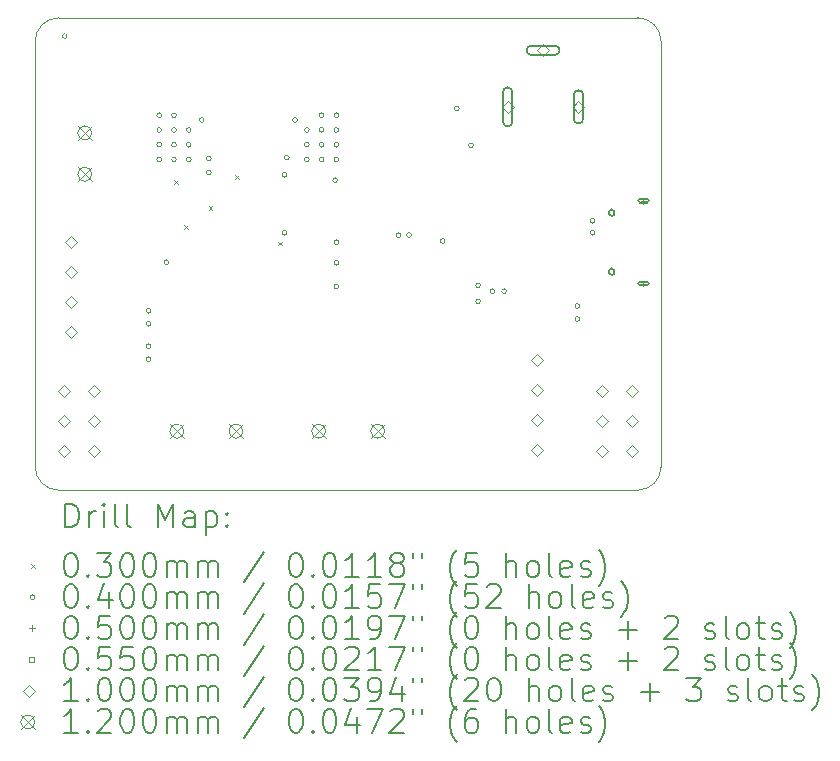
<source format=gbr>
%FSLAX45Y45*%
G04 Gerber Fmt 4.5, Leading zero omitted, Abs format (unit mm)*
G04 Created by KiCad (PCBNEW (6.0.2)) date 2022-03-18 23:14:53*
%MOMM*%
%LPD*%
G01*
G04 APERTURE LIST*
%TA.AperFunction,Profile*%
%ADD10C,0.050000*%
%TD*%
%ADD11C,0.200000*%
%ADD12C,0.030000*%
%ADD13C,0.040000*%
%ADD14C,0.050000*%
%ADD15C,0.055000*%
%ADD16C,0.100000*%
%ADD17C,0.120000*%
G04 APERTURE END LIST*
D10*
X11700000Y-11300000D02*
G75*
G03*
X11900000Y-11500000I200000J0D01*
G01*
X11900000Y-11500000D02*
X16800000Y-11500000D01*
X16800000Y-11500000D02*
G75*
G03*
X17000000Y-11300000I0J200000D01*
G01*
X16800000Y-7500000D02*
X11900000Y-7500000D01*
X17000000Y-7700000D02*
G75*
G03*
X16800000Y-7500000I-200000J0D01*
G01*
X17000000Y-11300000D02*
X17000000Y-7700000D01*
X11700000Y-11300000D02*
X11700000Y-7700000D01*
X11900000Y-7500000D02*
G75*
G03*
X11700000Y-7700000I0J-200000D01*
G01*
D11*
D12*
X12875000Y-8875000D02*
X12905000Y-8905000D01*
X12905000Y-8875000D02*
X12875000Y-8905000D01*
X12960000Y-9255000D02*
X12990000Y-9285000D01*
X12990000Y-9255000D02*
X12960000Y-9285000D01*
X13170000Y-9095000D02*
X13200000Y-9125000D01*
X13200000Y-9095000D02*
X13170000Y-9125000D01*
X13395000Y-8835000D02*
X13425000Y-8865000D01*
X13425000Y-8835000D02*
X13395000Y-8865000D01*
X13759000Y-9395000D02*
X13789000Y-9425000D01*
X13789000Y-9395000D02*
X13759000Y-9425000D01*
D13*
X11970000Y-7655000D02*
G75*
G03*
X11970000Y-7655000I-20000J0D01*
G01*
X12680000Y-9980000D02*
G75*
G03*
X12680000Y-9980000I-20000J0D01*
G01*
X12680000Y-10090000D02*
G75*
G03*
X12680000Y-10090000I-20000J0D01*
G01*
X12680000Y-10280000D02*
G75*
G03*
X12680000Y-10280000I-20000J0D01*
G01*
X12680000Y-10390000D02*
G75*
G03*
X12680000Y-10390000I-20000J0D01*
G01*
X12770000Y-8325000D02*
G75*
G03*
X12770000Y-8325000I-20000J0D01*
G01*
X12770000Y-8450000D02*
G75*
G03*
X12770000Y-8450000I-20000J0D01*
G01*
X12770000Y-8575000D02*
G75*
G03*
X12770000Y-8575000I-20000J0D01*
G01*
X12770000Y-8700000D02*
G75*
G03*
X12770000Y-8700000I-20000J0D01*
G01*
X12830000Y-9570000D02*
G75*
G03*
X12830000Y-9570000I-20000J0D01*
G01*
X12895000Y-8325000D02*
G75*
G03*
X12895000Y-8325000I-20000J0D01*
G01*
X12895000Y-8450000D02*
G75*
G03*
X12895000Y-8450000I-20000J0D01*
G01*
X12895000Y-8575000D02*
G75*
G03*
X12895000Y-8575000I-20000J0D01*
G01*
X12895000Y-8700000D02*
G75*
G03*
X12895000Y-8700000I-20000J0D01*
G01*
X13020000Y-8450000D02*
G75*
G03*
X13020000Y-8450000I-20000J0D01*
G01*
X13020000Y-8575000D02*
G75*
G03*
X13020000Y-8575000I-20000J0D01*
G01*
X13020000Y-8700000D02*
G75*
G03*
X13020000Y-8700000I-20000J0D01*
G01*
X13130000Y-8365000D02*
G75*
G03*
X13130000Y-8365000I-20000J0D01*
G01*
X13190000Y-8690000D02*
G75*
G03*
X13190000Y-8690000I-20000J0D01*
G01*
X13190000Y-8810000D02*
G75*
G03*
X13190000Y-8810000I-20000J0D01*
G01*
X13830000Y-8830000D02*
G75*
G03*
X13830000Y-8830000I-20000J0D01*
G01*
X13830000Y-9320000D02*
G75*
G03*
X13830000Y-9320000I-20000J0D01*
G01*
X13850000Y-8685000D02*
G75*
G03*
X13850000Y-8685000I-20000J0D01*
G01*
X13920000Y-8365000D02*
G75*
G03*
X13920000Y-8365000I-20000J0D01*
G01*
X14020000Y-8450000D02*
G75*
G03*
X14020000Y-8450000I-20000J0D01*
G01*
X14020000Y-8575000D02*
G75*
G03*
X14020000Y-8575000I-20000J0D01*
G01*
X14020000Y-8700000D02*
G75*
G03*
X14020000Y-8700000I-20000J0D01*
G01*
X14145000Y-8325000D02*
G75*
G03*
X14145000Y-8325000I-20000J0D01*
G01*
X14145000Y-8450000D02*
G75*
G03*
X14145000Y-8450000I-20000J0D01*
G01*
X14145000Y-8575000D02*
G75*
G03*
X14145000Y-8575000I-20000J0D01*
G01*
X14145000Y-8700000D02*
G75*
G03*
X14145000Y-8700000I-20000J0D01*
G01*
X14260000Y-8875000D02*
G75*
G03*
X14260000Y-8875000I-20000J0D01*
G01*
X14270000Y-8325000D02*
G75*
G03*
X14270000Y-8325000I-20000J0D01*
G01*
X14270000Y-8450000D02*
G75*
G03*
X14270000Y-8450000I-20000J0D01*
G01*
X14270000Y-8575000D02*
G75*
G03*
X14270000Y-8575000I-20000J0D01*
G01*
X14270000Y-8700000D02*
G75*
G03*
X14270000Y-8700000I-20000J0D01*
G01*
X14270000Y-9400000D02*
G75*
G03*
X14270000Y-9400000I-20000J0D01*
G01*
X14270000Y-9575000D02*
G75*
G03*
X14270000Y-9575000I-20000J0D01*
G01*
X14270000Y-9775000D02*
G75*
G03*
X14270000Y-9775000I-20000J0D01*
G01*
X14795000Y-9340000D02*
G75*
G03*
X14795000Y-9340000I-20000J0D01*
G01*
X14885000Y-9340000D02*
G75*
G03*
X14885000Y-9340000I-20000J0D01*
G01*
X15170000Y-9390000D02*
G75*
G03*
X15170000Y-9390000I-20000J0D01*
G01*
X15290000Y-8270000D02*
G75*
G03*
X15290000Y-8270000I-20000J0D01*
G01*
X15410000Y-8580000D02*
G75*
G03*
X15410000Y-8580000I-20000J0D01*
G01*
X15470000Y-9765000D02*
G75*
G03*
X15470000Y-9765000I-20000J0D01*
G01*
X15470000Y-9900000D02*
G75*
G03*
X15470000Y-9900000I-20000J0D01*
G01*
X15590000Y-9815000D02*
G75*
G03*
X15590000Y-9815000I-20000J0D01*
G01*
X15690000Y-9815000D02*
G75*
G03*
X15690000Y-9815000I-20000J0D01*
G01*
X16310000Y-9940000D02*
G75*
G03*
X16310000Y-9940000I-20000J0D01*
G01*
X16310000Y-10050000D02*
G75*
G03*
X16310000Y-10050000I-20000J0D01*
G01*
X16440000Y-9220000D02*
G75*
G03*
X16440000Y-9220000I-20000J0D01*
G01*
X16440000Y-9320000D02*
G75*
G03*
X16440000Y-9320000I-20000J0D01*
G01*
D14*
X16850000Y-9025000D02*
X16850000Y-9075000D01*
X16825000Y-9050000D02*
X16875000Y-9050000D01*
D11*
X16817500Y-9065000D02*
X16882500Y-9065000D01*
X16817500Y-9035000D02*
X16882500Y-9035000D01*
X16882500Y-9065000D02*
G75*
G03*
X16882500Y-9035000I0J15000D01*
G01*
X16817500Y-9035000D02*
G75*
G03*
X16817500Y-9065000I0J-15000D01*
G01*
D14*
X16850000Y-9725000D02*
X16850000Y-9775000D01*
X16825000Y-9750000D02*
X16875000Y-9750000D01*
D11*
X16817500Y-9765000D02*
X16882500Y-9765000D01*
X16817500Y-9735000D02*
X16882500Y-9735000D01*
X16882500Y-9765000D02*
G75*
G03*
X16882500Y-9735000I0J15000D01*
G01*
X16817500Y-9735000D02*
G75*
G03*
X16817500Y-9765000I0J-15000D01*
G01*
D15*
X16599446Y-9169446D02*
X16599446Y-9130554D01*
X16560554Y-9130554D01*
X16560554Y-9169446D01*
X16599446Y-9169446D01*
D11*
X16597500Y-9165000D02*
X16597500Y-9135000D01*
X16562500Y-9165000D02*
X16562500Y-9135000D01*
X16597500Y-9135000D02*
G75*
G03*
X16562500Y-9135000I-17500J0D01*
G01*
X16562500Y-9165000D02*
G75*
G03*
X16597500Y-9165000I17500J0D01*
G01*
D15*
X16599446Y-9669446D02*
X16599446Y-9630554D01*
X16560554Y-9630554D01*
X16560554Y-9669446D01*
X16599446Y-9669446D01*
D11*
X16597500Y-9665000D02*
X16597500Y-9635000D01*
X16562500Y-9665000D02*
X16562500Y-9635000D01*
X16597500Y-9635000D02*
G75*
G03*
X16562500Y-9635000I-17500J0D01*
G01*
X16562500Y-9665000D02*
G75*
G03*
X16597500Y-9665000I17500J0D01*
G01*
D16*
X11942000Y-10708000D02*
X11992000Y-10658000D01*
X11942000Y-10608000D01*
X11892000Y-10658000D01*
X11942000Y-10708000D01*
X11942000Y-10962000D02*
X11992000Y-10912000D01*
X11942000Y-10862000D01*
X11892000Y-10912000D01*
X11942000Y-10962000D01*
X11942000Y-11216000D02*
X11992000Y-11166000D01*
X11942000Y-11116000D01*
X11892000Y-11166000D01*
X11942000Y-11216000D01*
X12000000Y-9450000D02*
X12050000Y-9400000D01*
X12000000Y-9350000D01*
X11950000Y-9400000D01*
X12000000Y-9450000D01*
X12000000Y-9704000D02*
X12050000Y-9654000D01*
X12000000Y-9604000D01*
X11950000Y-9654000D01*
X12000000Y-9704000D01*
X12000000Y-9958000D02*
X12050000Y-9908000D01*
X12000000Y-9858000D01*
X11950000Y-9908000D01*
X12000000Y-9958000D01*
X12000000Y-10212000D02*
X12050000Y-10162000D01*
X12000000Y-10112000D01*
X11950000Y-10162000D01*
X12000000Y-10212000D01*
X12196000Y-10708000D02*
X12246000Y-10658000D01*
X12196000Y-10608000D01*
X12146000Y-10658000D01*
X12196000Y-10708000D01*
X12196000Y-10962000D02*
X12246000Y-10912000D01*
X12196000Y-10862000D01*
X12146000Y-10912000D01*
X12196000Y-10962000D01*
X12196000Y-11216000D02*
X12246000Y-11166000D01*
X12196000Y-11116000D01*
X12146000Y-11166000D01*
X12196000Y-11216000D01*
X15700000Y-8305000D02*
X15750000Y-8255000D01*
X15700000Y-8205000D01*
X15650000Y-8255000D01*
X15700000Y-8305000D01*
D11*
X15740000Y-8380000D02*
X15740000Y-8130000D01*
X15660000Y-8380000D02*
X15660000Y-8130000D01*
X15740000Y-8130000D02*
G75*
G03*
X15660000Y-8130000I-40000J0D01*
G01*
X15660000Y-8380000D02*
G75*
G03*
X15740000Y-8380000I40000J0D01*
G01*
D16*
X15950000Y-10450000D02*
X16000000Y-10400000D01*
X15950000Y-10350000D01*
X15900000Y-10400000D01*
X15950000Y-10450000D01*
X15950000Y-10704000D02*
X16000000Y-10654000D01*
X15950000Y-10604000D01*
X15900000Y-10654000D01*
X15950000Y-10704000D01*
X15950000Y-10958000D02*
X16000000Y-10908000D01*
X15950000Y-10858000D01*
X15900000Y-10908000D01*
X15950000Y-10958000D01*
X15950000Y-11212000D02*
X16000000Y-11162000D01*
X15950000Y-11112000D01*
X15900000Y-11162000D01*
X15950000Y-11212000D01*
X16000000Y-7825000D02*
X16050000Y-7775000D01*
X16000000Y-7725000D01*
X15950000Y-7775000D01*
X16000000Y-7825000D01*
D11*
X16100000Y-7735000D02*
X15900000Y-7735000D01*
X16100000Y-7815000D02*
X15900000Y-7815000D01*
X15900000Y-7735000D02*
G75*
G03*
X15900000Y-7815000I0J-40000D01*
G01*
X16100000Y-7815000D02*
G75*
G03*
X16100000Y-7735000I0J40000D01*
G01*
D16*
X16300000Y-8305000D02*
X16350000Y-8255000D01*
X16300000Y-8205000D01*
X16250000Y-8255000D01*
X16300000Y-8305000D01*
D11*
X16340000Y-8355000D02*
X16340000Y-8155000D01*
X16260000Y-8355000D02*
X16260000Y-8155000D01*
X16340000Y-8155000D02*
G75*
G03*
X16260000Y-8155000I-40000J0D01*
G01*
X16260000Y-8355000D02*
G75*
G03*
X16340000Y-8355000I40000J0D01*
G01*
D16*
X16496000Y-10708000D02*
X16546000Y-10658000D01*
X16496000Y-10608000D01*
X16446000Y-10658000D01*
X16496000Y-10708000D01*
X16496000Y-10962000D02*
X16546000Y-10912000D01*
X16496000Y-10862000D01*
X16446000Y-10912000D01*
X16496000Y-10962000D01*
X16496000Y-11216000D02*
X16546000Y-11166000D01*
X16496000Y-11116000D01*
X16446000Y-11166000D01*
X16496000Y-11216000D01*
X16750000Y-10708000D02*
X16800000Y-10658000D01*
X16750000Y-10608000D01*
X16700000Y-10658000D01*
X16750000Y-10708000D01*
X16750000Y-10962000D02*
X16800000Y-10912000D01*
X16750000Y-10862000D01*
X16700000Y-10912000D01*
X16750000Y-10962000D01*
X16750000Y-11216000D02*
X16800000Y-11166000D01*
X16750000Y-11116000D01*
X16700000Y-11166000D01*
X16750000Y-11216000D01*
D17*
X12060000Y-8415000D02*
X12180000Y-8535000D01*
X12180000Y-8415000D02*
X12060000Y-8535000D01*
X12180000Y-8475000D02*
G75*
G03*
X12180000Y-8475000I-60000J0D01*
G01*
X12060000Y-8765000D02*
X12180000Y-8885000D01*
X12180000Y-8765000D02*
X12060000Y-8885000D01*
X12180000Y-8825000D02*
G75*
G03*
X12180000Y-8825000I-60000J0D01*
G01*
X12840000Y-10940000D02*
X12960000Y-11060000D01*
X12960000Y-10940000D02*
X12840000Y-11060000D01*
X12960000Y-11000000D02*
G75*
G03*
X12960000Y-11000000I-60000J0D01*
G01*
X13340000Y-10940000D02*
X13460000Y-11060000D01*
X13460000Y-10940000D02*
X13340000Y-11060000D01*
X13460000Y-11000000D02*
G75*
G03*
X13460000Y-11000000I-60000J0D01*
G01*
X14040000Y-10940000D02*
X14160000Y-11060000D01*
X14160000Y-10940000D02*
X14040000Y-11060000D01*
X14160000Y-11000000D02*
G75*
G03*
X14160000Y-11000000I-60000J0D01*
G01*
X14540000Y-10940000D02*
X14660000Y-11060000D01*
X14660000Y-10940000D02*
X14540000Y-11060000D01*
X14660000Y-11000000D02*
G75*
G03*
X14660000Y-11000000I-60000J0D01*
G01*
D11*
X11955119Y-11812976D02*
X11955119Y-11612976D01*
X12002738Y-11612976D01*
X12031309Y-11622500D01*
X12050357Y-11641548D01*
X12059881Y-11660595D01*
X12069405Y-11698690D01*
X12069405Y-11727262D01*
X12059881Y-11765357D01*
X12050357Y-11784405D01*
X12031309Y-11803452D01*
X12002738Y-11812976D01*
X11955119Y-11812976D01*
X12155119Y-11812976D02*
X12155119Y-11679643D01*
X12155119Y-11717738D02*
X12164643Y-11698690D01*
X12174167Y-11689167D01*
X12193214Y-11679643D01*
X12212262Y-11679643D01*
X12278928Y-11812976D02*
X12278928Y-11679643D01*
X12278928Y-11612976D02*
X12269405Y-11622500D01*
X12278928Y-11632024D01*
X12288452Y-11622500D01*
X12278928Y-11612976D01*
X12278928Y-11632024D01*
X12402738Y-11812976D02*
X12383690Y-11803452D01*
X12374167Y-11784405D01*
X12374167Y-11612976D01*
X12507500Y-11812976D02*
X12488452Y-11803452D01*
X12478928Y-11784405D01*
X12478928Y-11612976D01*
X12736071Y-11812976D02*
X12736071Y-11612976D01*
X12802738Y-11755833D01*
X12869405Y-11612976D01*
X12869405Y-11812976D01*
X13050357Y-11812976D02*
X13050357Y-11708214D01*
X13040833Y-11689167D01*
X13021786Y-11679643D01*
X12983690Y-11679643D01*
X12964643Y-11689167D01*
X13050357Y-11803452D02*
X13031309Y-11812976D01*
X12983690Y-11812976D01*
X12964643Y-11803452D01*
X12955119Y-11784405D01*
X12955119Y-11765357D01*
X12964643Y-11746309D01*
X12983690Y-11736786D01*
X13031309Y-11736786D01*
X13050357Y-11727262D01*
X13145595Y-11679643D02*
X13145595Y-11879643D01*
X13145595Y-11689167D02*
X13164643Y-11679643D01*
X13202738Y-11679643D01*
X13221786Y-11689167D01*
X13231309Y-11698690D01*
X13240833Y-11717738D01*
X13240833Y-11774881D01*
X13231309Y-11793928D01*
X13221786Y-11803452D01*
X13202738Y-11812976D01*
X13164643Y-11812976D01*
X13145595Y-11803452D01*
X13326548Y-11793928D02*
X13336071Y-11803452D01*
X13326548Y-11812976D01*
X13317024Y-11803452D01*
X13326548Y-11793928D01*
X13326548Y-11812976D01*
X13326548Y-11689167D02*
X13336071Y-11698690D01*
X13326548Y-11708214D01*
X13317024Y-11698690D01*
X13326548Y-11689167D01*
X13326548Y-11708214D01*
D12*
X11667500Y-12127500D02*
X11697500Y-12157500D01*
X11697500Y-12127500D02*
X11667500Y-12157500D01*
D11*
X11993214Y-12032976D02*
X12012262Y-12032976D01*
X12031309Y-12042500D01*
X12040833Y-12052024D01*
X12050357Y-12071071D01*
X12059881Y-12109167D01*
X12059881Y-12156786D01*
X12050357Y-12194881D01*
X12040833Y-12213928D01*
X12031309Y-12223452D01*
X12012262Y-12232976D01*
X11993214Y-12232976D01*
X11974167Y-12223452D01*
X11964643Y-12213928D01*
X11955119Y-12194881D01*
X11945595Y-12156786D01*
X11945595Y-12109167D01*
X11955119Y-12071071D01*
X11964643Y-12052024D01*
X11974167Y-12042500D01*
X11993214Y-12032976D01*
X12145595Y-12213928D02*
X12155119Y-12223452D01*
X12145595Y-12232976D01*
X12136071Y-12223452D01*
X12145595Y-12213928D01*
X12145595Y-12232976D01*
X12221786Y-12032976D02*
X12345595Y-12032976D01*
X12278928Y-12109167D01*
X12307500Y-12109167D01*
X12326548Y-12118690D01*
X12336071Y-12128214D01*
X12345595Y-12147262D01*
X12345595Y-12194881D01*
X12336071Y-12213928D01*
X12326548Y-12223452D01*
X12307500Y-12232976D01*
X12250357Y-12232976D01*
X12231309Y-12223452D01*
X12221786Y-12213928D01*
X12469405Y-12032976D02*
X12488452Y-12032976D01*
X12507500Y-12042500D01*
X12517024Y-12052024D01*
X12526548Y-12071071D01*
X12536071Y-12109167D01*
X12536071Y-12156786D01*
X12526548Y-12194881D01*
X12517024Y-12213928D01*
X12507500Y-12223452D01*
X12488452Y-12232976D01*
X12469405Y-12232976D01*
X12450357Y-12223452D01*
X12440833Y-12213928D01*
X12431309Y-12194881D01*
X12421786Y-12156786D01*
X12421786Y-12109167D01*
X12431309Y-12071071D01*
X12440833Y-12052024D01*
X12450357Y-12042500D01*
X12469405Y-12032976D01*
X12659881Y-12032976D02*
X12678928Y-12032976D01*
X12697976Y-12042500D01*
X12707500Y-12052024D01*
X12717024Y-12071071D01*
X12726548Y-12109167D01*
X12726548Y-12156786D01*
X12717024Y-12194881D01*
X12707500Y-12213928D01*
X12697976Y-12223452D01*
X12678928Y-12232976D01*
X12659881Y-12232976D01*
X12640833Y-12223452D01*
X12631309Y-12213928D01*
X12621786Y-12194881D01*
X12612262Y-12156786D01*
X12612262Y-12109167D01*
X12621786Y-12071071D01*
X12631309Y-12052024D01*
X12640833Y-12042500D01*
X12659881Y-12032976D01*
X12812262Y-12232976D02*
X12812262Y-12099643D01*
X12812262Y-12118690D02*
X12821786Y-12109167D01*
X12840833Y-12099643D01*
X12869405Y-12099643D01*
X12888452Y-12109167D01*
X12897976Y-12128214D01*
X12897976Y-12232976D01*
X12897976Y-12128214D02*
X12907500Y-12109167D01*
X12926548Y-12099643D01*
X12955119Y-12099643D01*
X12974167Y-12109167D01*
X12983690Y-12128214D01*
X12983690Y-12232976D01*
X13078928Y-12232976D02*
X13078928Y-12099643D01*
X13078928Y-12118690D02*
X13088452Y-12109167D01*
X13107500Y-12099643D01*
X13136071Y-12099643D01*
X13155119Y-12109167D01*
X13164643Y-12128214D01*
X13164643Y-12232976D01*
X13164643Y-12128214D02*
X13174167Y-12109167D01*
X13193214Y-12099643D01*
X13221786Y-12099643D01*
X13240833Y-12109167D01*
X13250357Y-12128214D01*
X13250357Y-12232976D01*
X13640833Y-12023452D02*
X13469405Y-12280595D01*
X13897976Y-12032976D02*
X13917024Y-12032976D01*
X13936071Y-12042500D01*
X13945595Y-12052024D01*
X13955119Y-12071071D01*
X13964643Y-12109167D01*
X13964643Y-12156786D01*
X13955119Y-12194881D01*
X13945595Y-12213928D01*
X13936071Y-12223452D01*
X13917024Y-12232976D01*
X13897976Y-12232976D01*
X13878928Y-12223452D01*
X13869405Y-12213928D01*
X13859881Y-12194881D01*
X13850357Y-12156786D01*
X13850357Y-12109167D01*
X13859881Y-12071071D01*
X13869405Y-12052024D01*
X13878928Y-12042500D01*
X13897976Y-12032976D01*
X14050357Y-12213928D02*
X14059881Y-12223452D01*
X14050357Y-12232976D01*
X14040833Y-12223452D01*
X14050357Y-12213928D01*
X14050357Y-12232976D01*
X14183690Y-12032976D02*
X14202738Y-12032976D01*
X14221786Y-12042500D01*
X14231309Y-12052024D01*
X14240833Y-12071071D01*
X14250357Y-12109167D01*
X14250357Y-12156786D01*
X14240833Y-12194881D01*
X14231309Y-12213928D01*
X14221786Y-12223452D01*
X14202738Y-12232976D01*
X14183690Y-12232976D01*
X14164643Y-12223452D01*
X14155119Y-12213928D01*
X14145595Y-12194881D01*
X14136071Y-12156786D01*
X14136071Y-12109167D01*
X14145595Y-12071071D01*
X14155119Y-12052024D01*
X14164643Y-12042500D01*
X14183690Y-12032976D01*
X14440833Y-12232976D02*
X14326548Y-12232976D01*
X14383690Y-12232976D02*
X14383690Y-12032976D01*
X14364643Y-12061548D01*
X14345595Y-12080595D01*
X14326548Y-12090119D01*
X14631309Y-12232976D02*
X14517024Y-12232976D01*
X14574167Y-12232976D02*
X14574167Y-12032976D01*
X14555119Y-12061548D01*
X14536071Y-12080595D01*
X14517024Y-12090119D01*
X14745595Y-12118690D02*
X14726548Y-12109167D01*
X14717024Y-12099643D01*
X14707500Y-12080595D01*
X14707500Y-12071071D01*
X14717024Y-12052024D01*
X14726548Y-12042500D01*
X14745595Y-12032976D01*
X14783690Y-12032976D01*
X14802738Y-12042500D01*
X14812262Y-12052024D01*
X14821786Y-12071071D01*
X14821786Y-12080595D01*
X14812262Y-12099643D01*
X14802738Y-12109167D01*
X14783690Y-12118690D01*
X14745595Y-12118690D01*
X14726548Y-12128214D01*
X14717024Y-12137738D01*
X14707500Y-12156786D01*
X14707500Y-12194881D01*
X14717024Y-12213928D01*
X14726548Y-12223452D01*
X14745595Y-12232976D01*
X14783690Y-12232976D01*
X14802738Y-12223452D01*
X14812262Y-12213928D01*
X14821786Y-12194881D01*
X14821786Y-12156786D01*
X14812262Y-12137738D01*
X14802738Y-12128214D01*
X14783690Y-12118690D01*
X14897976Y-12032976D02*
X14897976Y-12071071D01*
X14974167Y-12032976D02*
X14974167Y-12071071D01*
X15269405Y-12309167D02*
X15259881Y-12299643D01*
X15240833Y-12271071D01*
X15231309Y-12252024D01*
X15221786Y-12223452D01*
X15212262Y-12175833D01*
X15212262Y-12137738D01*
X15221786Y-12090119D01*
X15231309Y-12061548D01*
X15240833Y-12042500D01*
X15259881Y-12013928D01*
X15269405Y-12004405D01*
X15440833Y-12032976D02*
X15345595Y-12032976D01*
X15336071Y-12128214D01*
X15345595Y-12118690D01*
X15364643Y-12109167D01*
X15412262Y-12109167D01*
X15431309Y-12118690D01*
X15440833Y-12128214D01*
X15450357Y-12147262D01*
X15450357Y-12194881D01*
X15440833Y-12213928D01*
X15431309Y-12223452D01*
X15412262Y-12232976D01*
X15364643Y-12232976D01*
X15345595Y-12223452D01*
X15336071Y-12213928D01*
X15688452Y-12232976D02*
X15688452Y-12032976D01*
X15774167Y-12232976D02*
X15774167Y-12128214D01*
X15764643Y-12109167D01*
X15745595Y-12099643D01*
X15717024Y-12099643D01*
X15697976Y-12109167D01*
X15688452Y-12118690D01*
X15897976Y-12232976D02*
X15878928Y-12223452D01*
X15869405Y-12213928D01*
X15859881Y-12194881D01*
X15859881Y-12137738D01*
X15869405Y-12118690D01*
X15878928Y-12109167D01*
X15897976Y-12099643D01*
X15926548Y-12099643D01*
X15945595Y-12109167D01*
X15955119Y-12118690D01*
X15964643Y-12137738D01*
X15964643Y-12194881D01*
X15955119Y-12213928D01*
X15945595Y-12223452D01*
X15926548Y-12232976D01*
X15897976Y-12232976D01*
X16078928Y-12232976D02*
X16059881Y-12223452D01*
X16050357Y-12204405D01*
X16050357Y-12032976D01*
X16231309Y-12223452D02*
X16212262Y-12232976D01*
X16174167Y-12232976D01*
X16155119Y-12223452D01*
X16145595Y-12204405D01*
X16145595Y-12128214D01*
X16155119Y-12109167D01*
X16174167Y-12099643D01*
X16212262Y-12099643D01*
X16231309Y-12109167D01*
X16240833Y-12128214D01*
X16240833Y-12147262D01*
X16145595Y-12166309D01*
X16317024Y-12223452D02*
X16336071Y-12232976D01*
X16374167Y-12232976D01*
X16393214Y-12223452D01*
X16402738Y-12204405D01*
X16402738Y-12194881D01*
X16393214Y-12175833D01*
X16374167Y-12166309D01*
X16345595Y-12166309D01*
X16326548Y-12156786D01*
X16317024Y-12137738D01*
X16317024Y-12128214D01*
X16326548Y-12109167D01*
X16345595Y-12099643D01*
X16374167Y-12099643D01*
X16393214Y-12109167D01*
X16469405Y-12309167D02*
X16478928Y-12299643D01*
X16497976Y-12271071D01*
X16507500Y-12252024D01*
X16517024Y-12223452D01*
X16526548Y-12175833D01*
X16526548Y-12137738D01*
X16517024Y-12090119D01*
X16507500Y-12061548D01*
X16497976Y-12042500D01*
X16478928Y-12013928D01*
X16469405Y-12004405D01*
D13*
X11697500Y-12406500D02*
G75*
G03*
X11697500Y-12406500I-20000J0D01*
G01*
D11*
X11993214Y-12296976D02*
X12012262Y-12296976D01*
X12031309Y-12306500D01*
X12040833Y-12316024D01*
X12050357Y-12335071D01*
X12059881Y-12373167D01*
X12059881Y-12420786D01*
X12050357Y-12458881D01*
X12040833Y-12477928D01*
X12031309Y-12487452D01*
X12012262Y-12496976D01*
X11993214Y-12496976D01*
X11974167Y-12487452D01*
X11964643Y-12477928D01*
X11955119Y-12458881D01*
X11945595Y-12420786D01*
X11945595Y-12373167D01*
X11955119Y-12335071D01*
X11964643Y-12316024D01*
X11974167Y-12306500D01*
X11993214Y-12296976D01*
X12145595Y-12477928D02*
X12155119Y-12487452D01*
X12145595Y-12496976D01*
X12136071Y-12487452D01*
X12145595Y-12477928D01*
X12145595Y-12496976D01*
X12326548Y-12363643D02*
X12326548Y-12496976D01*
X12278928Y-12287452D02*
X12231309Y-12430309D01*
X12355119Y-12430309D01*
X12469405Y-12296976D02*
X12488452Y-12296976D01*
X12507500Y-12306500D01*
X12517024Y-12316024D01*
X12526548Y-12335071D01*
X12536071Y-12373167D01*
X12536071Y-12420786D01*
X12526548Y-12458881D01*
X12517024Y-12477928D01*
X12507500Y-12487452D01*
X12488452Y-12496976D01*
X12469405Y-12496976D01*
X12450357Y-12487452D01*
X12440833Y-12477928D01*
X12431309Y-12458881D01*
X12421786Y-12420786D01*
X12421786Y-12373167D01*
X12431309Y-12335071D01*
X12440833Y-12316024D01*
X12450357Y-12306500D01*
X12469405Y-12296976D01*
X12659881Y-12296976D02*
X12678928Y-12296976D01*
X12697976Y-12306500D01*
X12707500Y-12316024D01*
X12717024Y-12335071D01*
X12726548Y-12373167D01*
X12726548Y-12420786D01*
X12717024Y-12458881D01*
X12707500Y-12477928D01*
X12697976Y-12487452D01*
X12678928Y-12496976D01*
X12659881Y-12496976D01*
X12640833Y-12487452D01*
X12631309Y-12477928D01*
X12621786Y-12458881D01*
X12612262Y-12420786D01*
X12612262Y-12373167D01*
X12621786Y-12335071D01*
X12631309Y-12316024D01*
X12640833Y-12306500D01*
X12659881Y-12296976D01*
X12812262Y-12496976D02*
X12812262Y-12363643D01*
X12812262Y-12382690D02*
X12821786Y-12373167D01*
X12840833Y-12363643D01*
X12869405Y-12363643D01*
X12888452Y-12373167D01*
X12897976Y-12392214D01*
X12897976Y-12496976D01*
X12897976Y-12392214D02*
X12907500Y-12373167D01*
X12926548Y-12363643D01*
X12955119Y-12363643D01*
X12974167Y-12373167D01*
X12983690Y-12392214D01*
X12983690Y-12496976D01*
X13078928Y-12496976D02*
X13078928Y-12363643D01*
X13078928Y-12382690D02*
X13088452Y-12373167D01*
X13107500Y-12363643D01*
X13136071Y-12363643D01*
X13155119Y-12373167D01*
X13164643Y-12392214D01*
X13164643Y-12496976D01*
X13164643Y-12392214D02*
X13174167Y-12373167D01*
X13193214Y-12363643D01*
X13221786Y-12363643D01*
X13240833Y-12373167D01*
X13250357Y-12392214D01*
X13250357Y-12496976D01*
X13640833Y-12287452D02*
X13469405Y-12544595D01*
X13897976Y-12296976D02*
X13917024Y-12296976D01*
X13936071Y-12306500D01*
X13945595Y-12316024D01*
X13955119Y-12335071D01*
X13964643Y-12373167D01*
X13964643Y-12420786D01*
X13955119Y-12458881D01*
X13945595Y-12477928D01*
X13936071Y-12487452D01*
X13917024Y-12496976D01*
X13897976Y-12496976D01*
X13878928Y-12487452D01*
X13869405Y-12477928D01*
X13859881Y-12458881D01*
X13850357Y-12420786D01*
X13850357Y-12373167D01*
X13859881Y-12335071D01*
X13869405Y-12316024D01*
X13878928Y-12306500D01*
X13897976Y-12296976D01*
X14050357Y-12477928D02*
X14059881Y-12487452D01*
X14050357Y-12496976D01*
X14040833Y-12487452D01*
X14050357Y-12477928D01*
X14050357Y-12496976D01*
X14183690Y-12296976D02*
X14202738Y-12296976D01*
X14221786Y-12306500D01*
X14231309Y-12316024D01*
X14240833Y-12335071D01*
X14250357Y-12373167D01*
X14250357Y-12420786D01*
X14240833Y-12458881D01*
X14231309Y-12477928D01*
X14221786Y-12487452D01*
X14202738Y-12496976D01*
X14183690Y-12496976D01*
X14164643Y-12487452D01*
X14155119Y-12477928D01*
X14145595Y-12458881D01*
X14136071Y-12420786D01*
X14136071Y-12373167D01*
X14145595Y-12335071D01*
X14155119Y-12316024D01*
X14164643Y-12306500D01*
X14183690Y-12296976D01*
X14440833Y-12496976D02*
X14326548Y-12496976D01*
X14383690Y-12496976D02*
X14383690Y-12296976D01*
X14364643Y-12325548D01*
X14345595Y-12344595D01*
X14326548Y-12354119D01*
X14621786Y-12296976D02*
X14526548Y-12296976D01*
X14517024Y-12392214D01*
X14526548Y-12382690D01*
X14545595Y-12373167D01*
X14593214Y-12373167D01*
X14612262Y-12382690D01*
X14621786Y-12392214D01*
X14631309Y-12411262D01*
X14631309Y-12458881D01*
X14621786Y-12477928D01*
X14612262Y-12487452D01*
X14593214Y-12496976D01*
X14545595Y-12496976D01*
X14526548Y-12487452D01*
X14517024Y-12477928D01*
X14697976Y-12296976D02*
X14831309Y-12296976D01*
X14745595Y-12496976D01*
X14897976Y-12296976D02*
X14897976Y-12335071D01*
X14974167Y-12296976D02*
X14974167Y-12335071D01*
X15269405Y-12573167D02*
X15259881Y-12563643D01*
X15240833Y-12535071D01*
X15231309Y-12516024D01*
X15221786Y-12487452D01*
X15212262Y-12439833D01*
X15212262Y-12401738D01*
X15221786Y-12354119D01*
X15231309Y-12325548D01*
X15240833Y-12306500D01*
X15259881Y-12277928D01*
X15269405Y-12268405D01*
X15440833Y-12296976D02*
X15345595Y-12296976D01*
X15336071Y-12392214D01*
X15345595Y-12382690D01*
X15364643Y-12373167D01*
X15412262Y-12373167D01*
X15431309Y-12382690D01*
X15440833Y-12392214D01*
X15450357Y-12411262D01*
X15450357Y-12458881D01*
X15440833Y-12477928D01*
X15431309Y-12487452D01*
X15412262Y-12496976D01*
X15364643Y-12496976D01*
X15345595Y-12487452D01*
X15336071Y-12477928D01*
X15526548Y-12316024D02*
X15536071Y-12306500D01*
X15555119Y-12296976D01*
X15602738Y-12296976D01*
X15621786Y-12306500D01*
X15631309Y-12316024D01*
X15640833Y-12335071D01*
X15640833Y-12354119D01*
X15631309Y-12382690D01*
X15517024Y-12496976D01*
X15640833Y-12496976D01*
X15878928Y-12496976D02*
X15878928Y-12296976D01*
X15964643Y-12496976D02*
X15964643Y-12392214D01*
X15955119Y-12373167D01*
X15936071Y-12363643D01*
X15907500Y-12363643D01*
X15888452Y-12373167D01*
X15878928Y-12382690D01*
X16088452Y-12496976D02*
X16069405Y-12487452D01*
X16059881Y-12477928D01*
X16050357Y-12458881D01*
X16050357Y-12401738D01*
X16059881Y-12382690D01*
X16069405Y-12373167D01*
X16088452Y-12363643D01*
X16117024Y-12363643D01*
X16136071Y-12373167D01*
X16145595Y-12382690D01*
X16155119Y-12401738D01*
X16155119Y-12458881D01*
X16145595Y-12477928D01*
X16136071Y-12487452D01*
X16117024Y-12496976D01*
X16088452Y-12496976D01*
X16269405Y-12496976D02*
X16250357Y-12487452D01*
X16240833Y-12468405D01*
X16240833Y-12296976D01*
X16421786Y-12487452D02*
X16402738Y-12496976D01*
X16364643Y-12496976D01*
X16345595Y-12487452D01*
X16336071Y-12468405D01*
X16336071Y-12392214D01*
X16345595Y-12373167D01*
X16364643Y-12363643D01*
X16402738Y-12363643D01*
X16421786Y-12373167D01*
X16431309Y-12392214D01*
X16431309Y-12411262D01*
X16336071Y-12430309D01*
X16507500Y-12487452D02*
X16526548Y-12496976D01*
X16564643Y-12496976D01*
X16583690Y-12487452D01*
X16593214Y-12468405D01*
X16593214Y-12458881D01*
X16583690Y-12439833D01*
X16564643Y-12430309D01*
X16536071Y-12430309D01*
X16517024Y-12420786D01*
X16507500Y-12401738D01*
X16507500Y-12392214D01*
X16517024Y-12373167D01*
X16536071Y-12363643D01*
X16564643Y-12363643D01*
X16583690Y-12373167D01*
X16659881Y-12573167D02*
X16669405Y-12563643D01*
X16688452Y-12535071D01*
X16697976Y-12516024D01*
X16707500Y-12487452D01*
X16717024Y-12439833D01*
X16717024Y-12401738D01*
X16707500Y-12354119D01*
X16697976Y-12325548D01*
X16688452Y-12306500D01*
X16669405Y-12277928D01*
X16659881Y-12268405D01*
D14*
X11672500Y-12645500D02*
X11672500Y-12695500D01*
X11647500Y-12670500D02*
X11697500Y-12670500D01*
D11*
X11993214Y-12560976D02*
X12012262Y-12560976D01*
X12031309Y-12570500D01*
X12040833Y-12580024D01*
X12050357Y-12599071D01*
X12059881Y-12637167D01*
X12059881Y-12684786D01*
X12050357Y-12722881D01*
X12040833Y-12741928D01*
X12031309Y-12751452D01*
X12012262Y-12760976D01*
X11993214Y-12760976D01*
X11974167Y-12751452D01*
X11964643Y-12741928D01*
X11955119Y-12722881D01*
X11945595Y-12684786D01*
X11945595Y-12637167D01*
X11955119Y-12599071D01*
X11964643Y-12580024D01*
X11974167Y-12570500D01*
X11993214Y-12560976D01*
X12145595Y-12741928D02*
X12155119Y-12751452D01*
X12145595Y-12760976D01*
X12136071Y-12751452D01*
X12145595Y-12741928D01*
X12145595Y-12760976D01*
X12336071Y-12560976D02*
X12240833Y-12560976D01*
X12231309Y-12656214D01*
X12240833Y-12646690D01*
X12259881Y-12637167D01*
X12307500Y-12637167D01*
X12326548Y-12646690D01*
X12336071Y-12656214D01*
X12345595Y-12675262D01*
X12345595Y-12722881D01*
X12336071Y-12741928D01*
X12326548Y-12751452D01*
X12307500Y-12760976D01*
X12259881Y-12760976D01*
X12240833Y-12751452D01*
X12231309Y-12741928D01*
X12469405Y-12560976D02*
X12488452Y-12560976D01*
X12507500Y-12570500D01*
X12517024Y-12580024D01*
X12526548Y-12599071D01*
X12536071Y-12637167D01*
X12536071Y-12684786D01*
X12526548Y-12722881D01*
X12517024Y-12741928D01*
X12507500Y-12751452D01*
X12488452Y-12760976D01*
X12469405Y-12760976D01*
X12450357Y-12751452D01*
X12440833Y-12741928D01*
X12431309Y-12722881D01*
X12421786Y-12684786D01*
X12421786Y-12637167D01*
X12431309Y-12599071D01*
X12440833Y-12580024D01*
X12450357Y-12570500D01*
X12469405Y-12560976D01*
X12659881Y-12560976D02*
X12678928Y-12560976D01*
X12697976Y-12570500D01*
X12707500Y-12580024D01*
X12717024Y-12599071D01*
X12726548Y-12637167D01*
X12726548Y-12684786D01*
X12717024Y-12722881D01*
X12707500Y-12741928D01*
X12697976Y-12751452D01*
X12678928Y-12760976D01*
X12659881Y-12760976D01*
X12640833Y-12751452D01*
X12631309Y-12741928D01*
X12621786Y-12722881D01*
X12612262Y-12684786D01*
X12612262Y-12637167D01*
X12621786Y-12599071D01*
X12631309Y-12580024D01*
X12640833Y-12570500D01*
X12659881Y-12560976D01*
X12812262Y-12760976D02*
X12812262Y-12627643D01*
X12812262Y-12646690D02*
X12821786Y-12637167D01*
X12840833Y-12627643D01*
X12869405Y-12627643D01*
X12888452Y-12637167D01*
X12897976Y-12656214D01*
X12897976Y-12760976D01*
X12897976Y-12656214D02*
X12907500Y-12637167D01*
X12926548Y-12627643D01*
X12955119Y-12627643D01*
X12974167Y-12637167D01*
X12983690Y-12656214D01*
X12983690Y-12760976D01*
X13078928Y-12760976D02*
X13078928Y-12627643D01*
X13078928Y-12646690D02*
X13088452Y-12637167D01*
X13107500Y-12627643D01*
X13136071Y-12627643D01*
X13155119Y-12637167D01*
X13164643Y-12656214D01*
X13164643Y-12760976D01*
X13164643Y-12656214D02*
X13174167Y-12637167D01*
X13193214Y-12627643D01*
X13221786Y-12627643D01*
X13240833Y-12637167D01*
X13250357Y-12656214D01*
X13250357Y-12760976D01*
X13640833Y-12551452D02*
X13469405Y-12808595D01*
X13897976Y-12560976D02*
X13917024Y-12560976D01*
X13936071Y-12570500D01*
X13945595Y-12580024D01*
X13955119Y-12599071D01*
X13964643Y-12637167D01*
X13964643Y-12684786D01*
X13955119Y-12722881D01*
X13945595Y-12741928D01*
X13936071Y-12751452D01*
X13917024Y-12760976D01*
X13897976Y-12760976D01*
X13878928Y-12751452D01*
X13869405Y-12741928D01*
X13859881Y-12722881D01*
X13850357Y-12684786D01*
X13850357Y-12637167D01*
X13859881Y-12599071D01*
X13869405Y-12580024D01*
X13878928Y-12570500D01*
X13897976Y-12560976D01*
X14050357Y-12741928D02*
X14059881Y-12751452D01*
X14050357Y-12760976D01*
X14040833Y-12751452D01*
X14050357Y-12741928D01*
X14050357Y-12760976D01*
X14183690Y-12560976D02*
X14202738Y-12560976D01*
X14221786Y-12570500D01*
X14231309Y-12580024D01*
X14240833Y-12599071D01*
X14250357Y-12637167D01*
X14250357Y-12684786D01*
X14240833Y-12722881D01*
X14231309Y-12741928D01*
X14221786Y-12751452D01*
X14202738Y-12760976D01*
X14183690Y-12760976D01*
X14164643Y-12751452D01*
X14155119Y-12741928D01*
X14145595Y-12722881D01*
X14136071Y-12684786D01*
X14136071Y-12637167D01*
X14145595Y-12599071D01*
X14155119Y-12580024D01*
X14164643Y-12570500D01*
X14183690Y-12560976D01*
X14440833Y-12760976D02*
X14326548Y-12760976D01*
X14383690Y-12760976D02*
X14383690Y-12560976D01*
X14364643Y-12589548D01*
X14345595Y-12608595D01*
X14326548Y-12618119D01*
X14536071Y-12760976D02*
X14574167Y-12760976D01*
X14593214Y-12751452D01*
X14602738Y-12741928D01*
X14621786Y-12713357D01*
X14631309Y-12675262D01*
X14631309Y-12599071D01*
X14621786Y-12580024D01*
X14612262Y-12570500D01*
X14593214Y-12560976D01*
X14555119Y-12560976D01*
X14536071Y-12570500D01*
X14526548Y-12580024D01*
X14517024Y-12599071D01*
X14517024Y-12646690D01*
X14526548Y-12665738D01*
X14536071Y-12675262D01*
X14555119Y-12684786D01*
X14593214Y-12684786D01*
X14612262Y-12675262D01*
X14621786Y-12665738D01*
X14631309Y-12646690D01*
X14697976Y-12560976D02*
X14831309Y-12560976D01*
X14745595Y-12760976D01*
X14897976Y-12560976D02*
X14897976Y-12599071D01*
X14974167Y-12560976D02*
X14974167Y-12599071D01*
X15269405Y-12837167D02*
X15259881Y-12827643D01*
X15240833Y-12799071D01*
X15231309Y-12780024D01*
X15221786Y-12751452D01*
X15212262Y-12703833D01*
X15212262Y-12665738D01*
X15221786Y-12618119D01*
X15231309Y-12589548D01*
X15240833Y-12570500D01*
X15259881Y-12541928D01*
X15269405Y-12532405D01*
X15383690Y-12560976D02*
X15402738Y-12560976D01*
X15421786Y-12570500D01*
X15431309Y-12580024D01*
X15440833Y-12599071D01*
X15450357Y-12637167D01*
X15450357Y-12684786D01*
X15440833Y-12722881D01*
X15431309Y-12741928D01*
X15421786Y-12751452D01*
X15402738Y-12760976D01*
X15383690Y-12760976D01*
X15364643Y-12751452D01*
X15355119Y-12741928D01*
X15345595Y-12722881D01*
X15336071Y-12684786D01*
X15336071Y-12637167D01*
X15345595Y-12599071D01*
X15355119Y-12580024D01*
X15364643Y-12570500D01*
X15383690Y-12560976D01*
X15688452Y-12760976D02*
X15688452Y-12560976D01*
X15774167Y-12760976D02*
X15774167Y-12656214D01*
X15764643Y-12637167D01*
X15745595Y-12627643D01*
X15717024Y-12627643D01*
X15697976Y-12637167D01*
X15688452Y-12646690D01*
X15897976Y-12760976D02*
X15878928Y-12751452D01*
X15869405Y-12741928D01*
X15859881Y-12722881D01*
X15859881Y-12665738D01*
X15869405Y-12646690D01*
X15878928Y-12637167D01*
X15897976Y-12627643D01*
X15926548Y-12627643D01*
X15945595Y-12637167D01*
X15955119Y-12646690D01*
X15964643Y-12665738D01*
X15964643Y-12722881D01*
X15955119Y-12741928D01*
X15945595Y-12751452D01*
X15926548Y-12760976D01*
X15897976Y-12760976D01*
X16078928Y-12760976D02*
X16059881Y-12751452D01*
X16050357Y-12732405D01*
X16050357Y-12560976D01*
X16231309Y-12751452D02*
X16212262Y-12760976D01*
X16174167Y-12760976D01*
X16155119Y-12751452D01*
X16145595Y-12732405D01*
X16145595Y-12656214D01*
X16155119Y-12637167D01*
X16174167Y-12627643D01*
X16212262Y-12627643D01*
X16231309Y-12637167D01*
X16240833Y-12656214D01*
X16240833Y-12675262D01*
X16145595Y-12694309D01*
X16317024Y-12751452D02*
X16336071Y-12760976D01*
X16374167Y-12760976D01*
X16393214Y-12751452D01*
X16402738Y-12732405D01*
X16402738Y-12722881D01*
X16393214Y-12703833D01*
X16374167Y-12694309D01*
X16345595Y-12694309D01*
X16326548Y-12684786D01*
X16317024Y-12665738D01*
X16317024Y-12656214D01*
X16326548Y-12637167D01*
X16345595Y-12627643D01*
X16374167Y-12627643D01*
X16393214Y-12637167D01*
X16640833Y-12684786D02*
X16793214Y-12684786D01*
X16717024Y-12760976D02*
X16717024Y-12608595D01*
X17031310Y-12580024D02*
X17040833Y-12570500D01*
X17059881Y-12560976D01*
X17107500Y-12560976D01*
X17126548Y-12570500D01*
X17136071Y-12580024D01*
X17145595Y-12599071D01*
X17145595Y-12618119D01*
X17136071Y-12646690D01*
X17021786Y-12760976D01*
X17145595Y-12760976D01*
X17374167Y-12751452D02*
X17393214Y-12760976D01*
X17431310Y-12760976D01*
X17450357Y-12751452D01*
X17459881Y-12732405D01*
X17459881Y-12722881D01*
X17450357Y-12703833D01*
X17431310Y-12694309D01*
X17402738Y-12694309D01*
X17383690Y-12684786D01*
X17374167Y-12665738D01*
X17374167Y-12656214D01*
X17383690Y-12637167D01*
X17402738Y-12627643D01*
X17431310Y-12627643D01*
X17450357Y-12637167D01*
X17574167Y-12760976D02*
X17555119Y-12751452D01*
X17545595Y-12732405D01*
X17545595Y-12560976D01*
X17678929Y-12760976D02*
X17659881Y-12751452D01*
X17650357Y-12741928D01*
X17640833Y-12722881D01*
X17640833Y-12665738D01*
X17650357Y-12646690D01*
X17659881Y-12637167D01*
X17678929Y-12627643D01*
X17707500Y-12627643D01*
X17726548Y-12637167D01*
X17736071Y-12646690D01*
X17745595Y-12665738D01*
X17745595Y-12722881D01*
X17736071Y-12741928D01*
X17726548Y-12751452D01*
X17707500Y-12760976D01*
X17678929Y-12760976D01*
X17802738Y-12627643D02*
X17878929Y-12627643D01*
X17831310Y-12560976D02*
X17831310Y-12732405D01*
X17840833Y-12751452D01*
X17859881Y-12760976D01*
X17878929Y-12760976D01*
X17936071Y-12751452D02*
X17955119Y-12760976D01*
X17993214Y-12760976D01*
X18012262Y-12751452D01*
X18021786Y-12732405D01*
X18021786Y-12722881D01*
X18012262Y-12703833D01*
X17993214Y-12694309D01*
X17964643Y-12694309D01*
X17945595Y-12684786D01*
X17936071Y-12665738D01*
X17936071Y-12656214D01*
X17945595Y-12637167D01*
X17964643Y-12627643D01*
X17993214Y-12627643D01*
X18012262Y-12637167D01*
X18088452Y-12837167D02*
X18097976Y-12827643D01*
X18117024Y-12799071D01*
X18126548Y-12780024D01*
X18136071Y-12751452D01*
X18145595Y-12703833D01*
X18145595Y-12665738D01*
X18136071Y-12618119D01*
X18126548Y-12589548D01*
X18117024Y-12570500D01*
X18097976Y-12541928D01*
X18088452Y-12532405D01*
D15*
X11689446Y-12953946D02*
X11689446Y-12915054D01*
X11650554Y-12915054D01*
X11650554Y-12953946D01*
X11689446Y-12953946D01*
D11*
X11993214Y-12824976D02*
X12012262Y-12824976D01*
X12031309Y-12834500D01*
X12040833Y-12844024D01*
X12050357Y-12863071D01*
X12059881Y-12901167D01*
X12059881Y-12948786D01*
X12050357Y-12986881D01*
X12040833Y-13005928D01*
X12031309Y-13015452D01*
X12012262Y-13024976D01*
X11993214Y-13024976D01*
X11974167Y-13015452D01*
X11964643Y-13005928D01*
X11955119Y-12986881D01*
X11945595Y-12948786D01*
X11945595Y-12901167D01*
X11955119Y-12863071D01*
X11964643Y-12844024D01*
X11974167Y-12834500D01*
X11993214Y-12824976D01*
X12145595Y-13005928D02*
X12155119Y-13015452D01*
X12145595Y-13024976D01*
X12136071Y-13015452D01*
X12145595Y-13005928D01*
X12145595Y-13024976D01*
X12336071Y-12824976D02*
X12240833Y-12824976D01*
X12231309Y-12920214D01*
X12240833Y-12910690D01*
X12259881Y-12901167D01*
X12307500Y-12901167D01*
X12326548Y-12910690D01*
X12336071Y-12920214D01*
X12345595Y-12939262D01*
X12345595Y-12986881D01*
X12336071Y-13005928D01*
X12326548Y-13015452D01*
X12307500Y-13024976D01*
X12259881Y-13024976D01*
X12240833Y-13015452D01*
X12231309Y-13005928D01*
X12526548Y-12824976D02*
X12431309Y-12824976D01*
X12421786Y-12920214D01*
X12431309Y-12910690D01*
X12450357Y-12901167D01*
X12497976Y-12901167D01*
X12517024Y-12910690D01*
X12526548Y-12920214D01*
X12536071Y-12939262D01*
X12536071Y-12986881D01*
X12526548Y-13005928D01*
X12517024Y-13015452D01*
X12497976Y-13024976D01*
X12450357Y-13024976D01*
X12431309Y-13015452D01*
X12421786Y-13005928D01*
X12659881Y-12824976D02*
X12678928Y-12824976D01*
X12697976Y-12834500D01*
X12707500Y-12844024D01*
X12717024Y-12863071D01*
X12726548Y-12901167D01*
X12726548Y-12948786D01*
X12717024Y-12986881D01*
X12707500Y-13005928D01*
X12697976Y-13015452D01*
X12678928Y-13024976D01*
X12659881Y-13024976D01*
X12640833Y-13015452D01*
X12631309Y-13005928D01*
X12621786Y-12986881D01*
X12612262Y-12948786D01*
X12612262Y-12901167D01*
X12621786Y-12863071D01*
X12631309Y-12844024D01*
X12640833Y-12834500D01*
X12659881Y-12824976D01*
X12812262Y-13024976D02*
X12812262Y-12891643D01*
X12812262Y-12910690D02*
X12821786Y-12901167D01*
X12840833Y-12891643D01*
X12869405Y-12891643D01*
X12888452Y-12901167D01*
X12897976Y-12920214D01*
X12897976Y-13024976D01*
X12897976Y-12920214D02*
X12907500Y-12901167D01*
X12926548Y-12891643D01*
X12955119Y-12891643D01*
X12974167Y-12901167D01*
X12983690Y-12920214D01*
X12983690Y-13024976D01*
X13078928Y-13024976D02*
X13078928Y-12891643D01*
X13078928Y-12910690D02*
X13088452Y-12901167D01*
X13107500Y-12891643D01*
X13136071Y-12891643D01*
X13155119Y-12901167D01*
X13164643Y-12920214D01*
X13164643Y-13024976D01*
X13164643Y-12920214D02*
X13174167Y-12901167D01*
X13193214Y-12891643D01*
X13221786Y-12891643D01*
X13240833Y-12901167D01*
X13250357Y-12920214D01*
X13250357Y-13024976D01*
X13640833Y-12815452D02*
X13469405Y-13072595D01*
X13897976Y-12824976D02*
X13917024Y-12824976D01*
X13936071Y-12834500D01*
X13945595Y-12844024D01*
X13955119Y-12863071D01*
X13964643Y-12901167D01*
X13964643Y-12948786D01*
X13955119Y-12986881D01*
X13945595Y-13005928D01*
X13936071Y-13015452D01*
X13917024Y-13024976D01*
X13897976Y-13024976D01*
X13878928Y-13015452D01*
X13869405Y-13005928D01*
X13859881Y-12986881D01*
X13850357Y-12948786D01*
X13850357Y-12901167D01*
X13859881Y-12863071D01*
X13869405Y-12844024D01*
X13878928Y-12834500D01*
X13897976Y-12824976D01*
X14050357Y-13005928D02*
X14059881Y-13015452D01*
X14050357Y-13024976D01*
X14040833Y-13015452D01*
X14050357Y-13005928D01*
X14050357Y-13024976D01*
X14183690Y-12824976D02*
X14202738Y-12824976D01*
X14221786Y-12834500D01*
X14231309Y-12844024D01*
X14240833Y-12863071D01*
X14250357Y-12901167D01*
X14250357Y-12948786D01*
X14240833Y-12986881D01*
X14231309Y-13005928D01*
X14221786Y-13015452D01*
X14202738Y-13024976D01*
X14183690Y-13024976D01*
X14164643Y-13015452D01*
X14155119Y-13005928D01*
X14145595Y-12986881D01*
X14136071Y-12948786D01*
X14136071Y-12901167D01*
X14145595Y-12863071D01*
X14155119Y-12844024D01*
X14164643Y-12834500D01*
X14183690Y-12824976D01*
X14326548Y-12844024D02*
X14336071Y-12834500D01*
X14355119Y-12824976D01*
X14402738Y-12824976D01*
X14421786Y-12834500D01*
X14431309Y-12844024D01*
X14440833Y-12863071D01*
X14440833Y-12882119D01*
X14431309Y-12910690D01*
X14317024Y-13024976D01*
X14440833Y-13024976D01*
X14631309Y-13024976D02*
X14517024Y-13024976D01*
X14574167Y-13024976D02*
X14574167Y-12824976D01*
X14555119Y-12853548D01*
X14536071Y-12872595D01*
X14517024Y-12882119D01*
X14697976Y-12824976D02*
X14831309Y-12824976D01*
X14745595Y-13024976D01*
X14897976Y-12824976D02*
X14897976Y-12863071D01*
X14974167Y-12824976D02*
X14974167Y-12863071D01*
X15269405Y-13101167D02*
X15259881Y-13091643D01*
X15240833Y-13063071D01*
X15231309Y-13044024D01*
X15221786Y-13015452D01*
X15212262Y-12967833D01*
X15212262Y-12929738D01*
X15221786Y-12882119D01*
X15231309Y-12853548D01*
X15240833Y-12834500D01*
X15259881Y-12805928D01*
X15269405Y-12796405D01*
X15383690Y-12824976D02*
X15402738Y-12824976D01*
X15421786Y-12834500D01*
X15431309Y-12844024D01*
X15440833Y-12863071D01*
X15450357Y-12901167D01*
X15450357Y-12948786D01*
X15440833Y-12986881D01*
X15431309Y-13005928D01*
X15421786Y-13015452D01*
X15402738Y-13024976D01*
X15383690Y-13024976D01*
X15364643Y-13015452D01*
X15355119Y-13005928D01*
X15345595Y-12986881D01*
X15336071Y-12948786D01*
X15336071Y-12901167D01*
X15345595Y-12863071D01*
X15355119Y-12844024D01*
X15364643Y-12834500D01*
X15383690Y-12824976D01*
X15688452Y-13024976D02*
X15688452Y-12824976D01*
X15774167Y-13024976D02*
X15774167Y-12920214D01*
X15764643Y-12901167D01*
X15745595Y-12891643D01*
X15717024Y-12891643D01*
X15697976Y-12901167D01*
X15688452Y-12910690D01*
X15897976Y-13024976D02*
X15878928Y-13015452D01*
X15869405Y-13005928D01*
X15859881Y-12986881D01*
X15859881Y-12929738D01*
X15869405Y-12910690D01*
X15878928Y-12901167D01*
X15897976Y-12891643D01*
X15926548Y-12891643D01*
X15945595Y-12901167D01*
X15955119Y-12910690D01*
X15964643Y-12929738D01*
X15964643Y-12986881D01*
X15955119Y-13005928D01*
X15945595Y-13015452D01*
X15926548Y-13024976D01*
X15897976Y-13024976D01*
X16078928Y-13024976D02*
X16059881Y-13015452D01*
X16050357Y-12996405D01*
X16050357Y-12824976D01*
X16231309Y-13015452D02*
X16212262Y-13024976D01*
X16174167Y-13024976D01*
X16155119Y-13015452D01*
X16145595Y-12996405D01*
X16145595Y-12920214D01*
X16155119Y-12901167D01*
X16174167Y-12891643D01*
X16212262Y-12891643D01*
X16231309Y-12901167D01*
X16240833Y-12920214D01*
X16240833Y-12939262D01*
X16145595Y-12958309D01*
X16317024Y-13015452D02*
X16336071Y-13024976D01*
X16374167Y-13024976D01*
X16393214Y-13015452D01*
X16402738Y-12996405D01*
X16402738Y-12986881D01*
X16393214Y-12967833D01*
X16374167Y-12958309D01*
X16345595Y-12958309D01*
X16326548Y-12948786D01*
X16317024Y-12929738D01*
X16317024Y-12920214D01*
X16326548Y-12901167D01*
X16345595Y-12891643D01*
X16374167Y-12891643D01*
X16393214Y-12901167D01*
X16640833Y-12948786D02*
X16793214Y-12948786D01*
X16717024Y-13024976D02*
X16717024Y-12872595D01*
X17031310Y-12844024D02*
X17040833Y-12834500D01*
X17059881Y-12824976D01*
X17107500Y-12824976D01*
X17126548Y-12834500D01*
X17136071Y-12844024D01*
X17145595Y-12863071D01*
X17145595Y-12882119D01*
X17136071Y-12910690D01*
X17021786Y-13024976D01*
X17145595Y-13024976D01*
X17374167Y-13015452D02*
X17393214Y-13024976D01*
X17431310Y-13024976D01*
X17450357Y-13015452D01*
X17459881Y-12996405D01*
X17459881Y-12986881D01*
X17450357Y-12967833D01*
X17431310Y-12958309D01*
X17402738Y-12958309D01*
X17383690Y-12948786D01*
X17374167Y-12929738D01*
X17374167Y-12920214D01*
X17383690Y-12901167D01*
X17402738Y-12891643D01*
X17431310Y-12891643D01*
X17450357Y-12901167D01*
X17574167Y-13024976D02*
X17555119Y-13015452D01*
X17545595Y-12996405D01*
X17545595Y-12824976D01*
X17678929Y-13024976D02*
X17659881Y-13015452D01*
X17650357Y-13005928D01*
X17640833Y-12986881D01*
X17640833Y-12929738D01*
X17650357Y-12910690D01*
X17659881Y-12901167D01*
X17678929Y-12891643D01*
X17707500Y-12891643D01*
X17726548Y-12901167D01*
X17736071Y-12910690D01*
X17745595Y-12929738D01*
X17745595Y-12986881D01*
X17736071Y-13005928D01*
X17726548Y-13015452D01*
X17707500Y-13024976D01*
X17678929Y-13024976D01*
X17802738Y-12891643D02*
X17878929Y-12891643D01*
X17831310Y-12824976D02*
X17831310Y-12996405D01*
X17840833Y-13015452D01*
X17859881Y-13024976D01*
X17878929Y-13024976D01*
X17936071Y-13015452D02*
X17955119Y-13024976D01*
X17993214Y-13024976D01*
X18012262Y-13015452D01*
X18021786Y-12996405D01*
X18021786Y-12986881D01*
X18012262Y-12967833D01*
X17993214Y-12958309D01*
X17964643Y-12958309D01*
X17945595Y-12948786D01*
X17936071Y-12929738D01*
X17936071Y-12920214D01*
X17945595Y-12901167D01*
X17964643Y-12891643D01*
X17993214Y-12891643D01*
X18012262Y-12901167D01*
X18088452Y-13101167D02*
X18097976Y-13091643D01*
X18117024Y-13063071D01*
X18126548Y-13044024D01*
X18136071Y-13015452D01*
X18145595Y-12967833D01*
X18145595Y-12929738D01*
X18136071Y-12882119D01*
X18126548Y-12853548D01*
X18117024Y-12834500D01*
X18097976Y-12805928D01*
X18088452Y-12796405D01*
D16*
X11647500Y-13248500D02*
X11697500Y-13198500D01*
X11647500Y-13148500D01*
X11597500Y-13198500D01*
X11647500Y-13248500D01*
D11*
X12059881Y-13288976D02*
X11945595Y-13288976D01*
X12002738Y-13288976D02*
X12002738Y-13088976D01*
X11983690Y-13117548D01*
X11964643Y-13136595D01*
X11945595Y-13146119D01*
X12145595Y-13269928D02*
X12155119Y-13279452D01*
X12145595Y-13288976D01*
X12136071Y-13279452D01*
X12145595Y-13269928D01*
X12145595Y-13288976D01*
X12278928Y-13088976D02*
X12297976Y-13088976D01*
X12317024Y-13098500D01*
X12326548Y-13108024D01*
X12336071Y-13127071D01*
X12345595Y-13165167D01*
X12345595Y-13212786D01*
X12336071Y-13250881D01*
X12326548Y-13269928D01*
X12317024Y-13279452D01*
X12297976Y-13288976D01*
X12278928Y-13288976D01*
X12259881Y-13279452D01*
X12250357Y-13269928D01*
X12240833Y-13250881D01*
X12231309Y-13212786D01*
X12231309Y-13165167D01*
X12240833Y-13127071D01*
X12250357Y-13108024D01*
X12259881Y-13098500D01*
X12278928Y-13088976D01*
X12469405Y-13088976D02*
X12488452Y-13088976D01*
X12507500Y-13098500D01*
X12517024Y-13108024D01*
X12526548Y-13127071D01*
X12536071Y-13165167D01*
X12536071Y-13212786D01*
X12526548Y-13250881D01*
X12517024Y-13269928D01*
X12507500Y-13279452D01*
X12488452Y-13288976D01*
X12469405Y-13288976D01*
X12450357Y-13279452D01*
X12440833Y-13269928D01*
X12431309Y-13250881D01*
X12421786Y-13212786D01*
X12421786Y-13165167D01*
X12431309Y-13127071D01*
X12440833Y-13108024D01*
X12450357Y-13098500D01*
X12469405Y-13088976D01*
X12659881Y-13088976D02*
X12678928Y-13088976D01*
X12697976Y-13098500D01*
X12707500Y-13108024D01*
X12717024Y-13127071D01*
X12726548Y-13165167D01*
X12726548Y-13212786D01*
X12717024Y-13250881D01*
X12707500Y-13269928D01*
X12697976Y-13279452D01*
X12678928Y-13288976D01*
X12659881Y-13288976D01*
X12640833Y-13279452D01*
X12631309Y-13269928D01*
X12621786Y-13250881D01*
X12612262Y-13212786D01*
X12612262Y-13165167D01*
X12621786Y-13127071D01*
X12631309Y-13108024D01*
X12640833Y-13098500D01*
X12659881Y-13088976D01*
X12812262Y-13288976D02*
X12812262Y-13155643D01*
X12812262Y-13174690D02*
X12821786Y-13165167D01*
X12840833Y-13155643D01*
X12869405Y-13155643D01*
X12888452Y-13165167D01*
X12897976Y-13184214D01*
X12897976Y-13288976D01*
X12897976Y-13184214D02*
X12907500Y-13165167D01*
X12926548Y-13155643D01*
X12955119Y-13155643D01*
X12974167Y-13165167D01*
X12983690Y-13184214D01*
X12983690Y-13288976D01*
X13078928Y-13288976D02*
X13078928Y-13155643D01*
X13078928Y-13174690D02*
X13088452Y-13165167D01*
X13107500Y-13155643D01*
X13136071Y-13155643D01*
X13155119Y-13165167D01*
X13164643Y-13184214D01*
X13164643Y-13288976D01*
X13164643Y-13184214D02*
X13174167Y-13165167D01*
X13193214Y-13155643D01*
X13221786Y-13155643D01*
X13240833Y-13165167D01*
X13250357Y-13184214D01*
X13250357Y-13288976D01*
X13640833Y-13079452D02*
X13469405Y-13336595D01*
X13897976Y-13088976D02*
X13917024Y-13088976D01*
X13936071Y-13098500D01*
X13945595Y-13108024D01*
X13955119Y-13127071D01*
X13964643Y-13165167D01*
X13964643Y-13212786D01*
X13955119Y-13250881D01*
X13945595Y-13269928D01*
X13936071Y-13279452D01*
X13917024Y-13288976D01*
X13897976Y-13288976D01*
X13878928Y-13279452D01*
X13869405Y-13269928D01*
X13859881Y-13250881D01*
X13850357Y-13212786D01*
X13850357Y-13165167D01*
X13859881Y-13127071D01*
X13869405Y-13108024D01*
X13878928Y-13098500D01*
X13897976Y-13088976D01*
X14050357Y-13269928D02*
X14059881Y-13279452D01*
X14050357Y-13288976D01*
X14040833Y-13279452D01*
X14050357Y-13269928D01*
X14050357Y-13288976D01*
X14183690Y-13088976D02*
X14202738Y-13088976D01*
X14221786Y-13098500D01*
X14231309Y-13108024D01*
X14240833Y-13127071D01*
X14250357Y-13165167D01*
X14250357Y-13212786D01*
X14240833Y-13250881D01*
X14231309Y-13269928D01*
X14221786Y-13279452D01*
X14202738Y-13288976D01*
X14183690Y-13288976D01*
X14164643Y-13279452D01*
X14155119Y-13269928D01*
X14145595Y-13250881D01*
X14136071Y-13212786D01*
X14136071Y-13165167D01*
X14145595Y-13127071D01*
X14155119Y-13108024D01*
X14164643Y-13098500D01*
X14183690Y-13088976D01*
X14317024Y-13088976D02*
X14440833Y-13088976D01*
X14374167Y-13165167D01*
X14402738Y-13165167D01*
X14421786Y-13174690D01*
X14431309Y-13184214D01*
X14440833Y-13203262D01*
X14440833Y-13250881D01*
X14431309Y-13269928D01*
X14421786Y-13279452D01*
X14402738Y-13288976D01*
X14345595Y-13288976D01*
X14326548Y-13279452D01*
X14317024Y-13269928D01*
X14536071Y-13288976D02*
X14574167Y-13288976D01*
X14593214Y-13279452D01*
X14602738Y-13269928D01*
X14621786Y-13241357D01*
X14631309Y-13203262D01*
X14631309Y-13127071D01*
X14621786Y-13108024D01*
X14612262Y-13098500D01*
X14593214Y-13088976D01*
X14555119Y-13088976D01*
X14536071Y-13098500D01*
X14526548Y-13108024D01*
X14517024Y-13127071D01*
X14517024Y-13174690D01*
X14526548Y-13193738D01*
X14536071Y-13203262D01*
X14555119Y-13212786D01*
X14593214Y-13212786D01*
X14612262Y-13203262D01*
X14621786Y-13193738D01*
X14631309Y-13174690D01*
X14802738Y-13155643D02*
X14802738Y-13288976D01*
X14755119Y-13079452D02*
X14707500Y-13222309D01*
X14831309Y-13222309D01*
X14897976Y-13088976D02*
X14897976Y-13127071D01*
X14974167Y-13088976D02*
X14974167Y-13127071D01*
X15269405Y-13365167D02*
X15259881Y-13355643D01*
X15240833Y-13327071D01*
X15231309Y-13308024D01*
X15221786Y-13279452D01*
X15212262Y-13231833D01*
X15212262Y-13193738D01*
X15221786Y-13146119D01*
X15231309Y-13117548D01*
X15240833Y-13098500D01*
X15259881Y-13069928D01*
X15269405Y-13060405D01*
X15336071Y-13108024D02*
X15345595Y-13098500D01*
X15364643Y-13088976D01*
X15412262Y-13088976D01*
X15431309Y-13098500D01*
X15440833Y-13108024D01*
X15450357Y-13127071D01*
X15450357Y-13146119D01*
X15440833Y-13174690D01*
X15326548Y-13288976D01*
X15450357Y-13288976D01*
X15574167Y-13088976D02*
X15593214Y-13088976D01*
X15612262Y-13098500D01*
X15621786Y-13108024D01*
X15631309Y-13127071D01*
X15640833Y-13165167D01*
X15640833Y-13212786D01*
X15631309Y-13250881D01*
X15621786Y-13269928D01*
X15612262Y-13279452D01*
X15593214Y-13288976D01*
X15574167Y-13288976D01*
X15555119Y-13279452D01*
X15545595Y-13269928D01*
X15536071Y-13250881D01*
X15526548Y-13212786D01*
X15526548Y-13165167D01*
X15536071Y-13127071D01*
X15545595Y-13108024D01*
X15555119Y-13098500D01*
X15574167Y-13088976D01*
X15878928Y-13288976D02*
X15878928Y-13088976D01*
X15964643Y-13288976D02*
X15964643Y-13184214D01*
X15955119Y-13165167D01*
X15936071Y-13155643D01*
X15907500Y-13155643D01*
X15888452Y-13165167D01*
X15878928Y-13174690D01*
X16088452Y-13288976D02*
X16069405Y-13279452D01*
X16059881Y-13269928D01*
X16050357Y-13250881D01*
X16050357Y-13193738D01*
X16059881Y-13174690D01*
X16069405Y-13165167D01*
X16088452Y-13155643D01*
X16117024Y-13155643D01*
X16136071Y-13165167D01*
X16145595Y-13174690D01*
X16155119Y-13193738D01*
X16155119Y-13250881D01*
X16145595Y-13269928D01*
X16136071Y-13279452D01*
X16117024Y-13288976D01*
X16088452Y-13288976D01*
X16269405Y-13288976D02*
X16250357Y-13279452D01*
X16240833Y-13260405D01*
X16240833Y-13088976D01*
X16421786Y-13279452D02*
X16402738Y-13288976D01*
X16364643Y-13288976D01*
X16345595Y-13279452D01*
X16336071Y-13260405D01*
X16336071Y-13184214D01*
X16345595Y-13165167D01*
X16364643Y-13155643D01*
X16402738Y-13155643D01*
X16421786Y-13165167D01*
X16431309Y-13184214D01*
X16431309Y-13203262D01*
X16336071Y-13222309D01*
X16507500Y-13279452D02*
X16526548Y-13288976D01*
X16564643Y-13288976D01*
X16583690Y-13279452D01*
X16593214Y-13260405D01*
X16593214Y-13250881D01*
X16583690Y-13231833D01*
X16564643Y-13222309D01*
X16536071Y-13222309D01*
X16517024Y-13212786D01*
X16507500Y-13193738D01*
X16507500Y-13184214D01*
X16517024Y-13165167D01*
X16536071Y-13155643D01*
X16564643Y-13155643D01*
X16583690Y-13165167D01*
X16831310Y-13212786D02*
X16983690Y-13212786D01*
X16907500Y-13288976D02*
X16907500Y-13136595D01*
X17212262Y-13088976D02*
X17336071Y-13088976D01*
X17269405Y-13165167D01*
X17297976Y-13165167D01*
X17317024Y-13174690D01*
X17326548Y-13184214D01*
X17336071Y-13203262D01*
X17336071Y-13250881D01*
X17326548Y-13269928D01*
X17317024Y-13279452D01*
X17297976Y-13288976D01*
X17240833Y-13288976D01*
X17221786Y-13279452D01*
X17212262Y-13269928D01*
X17564643Y-13279452D02*
X17583690Y-13288976D01*
X17621786Y-13288976D01*
X17640833Y-13279452D01*
X17650357Y-13260405D01*
X17650357Y-13250881D01*
X17640833Y-13231833D01*
X17621786Y-13222309D01*
X17593214Y-13222309D01*
X17574167Y-13212786D01*
X17564643Y-13193738D01*
X17564643Y-13184214D01*
X17574167Y-13165167D01*
X17593214Y-13155643D01*
X17621786Y-13155643D01*
X17640833Y-13165167D01*
X17764643Y-13288976D02*
X17745595Y-13279452D01*
X17736071Y-13260405D01*
X17736071Y-13088976D01*
X17869405Y-13288976D02*
X17850357Y-13279452D01*
X17840833Y-13269928D01*
X17831310Y-13250881D01*
X17831310Y-13193738D01*
X17840833Y-13174690D01*
X17850357Y-13165167D01*
X17869405Y-13155643D01*
X17897976Y-13155643D01*
X17917024Y-13165167D01*
X17926548Y-13174690D01*
X17936071Y-13193738D01*
X17936071Y-13250881D01*
X17926548Y-13269928D01*
X17917024Y-13279452D01*
X17897976Y-13288976D01*
X17869405Y-13288976D01*
X17993214Y-13155643D02*
X18069405Y-13155643D01*
X18021786Y-13088976D02*
X18021786Y-13260405D01*
X18031310Y-13279452D01*
X18050357Y-13288976D01*
X18069405Y-13288976D01*
X18126548Y-13279452D02*
X18145595Y-13288976D01*
X18183690Y-13288976D01*
X18202738Y-13279452D01*
X18212262Y-13260405D01*
X18212262Y-13250881D01*
X18202738Y-13231833D01*
X18183690Y-13222309D01*
X18155119Y-13222309D01*
X18136071Y-13212786D01*
X18126548Y-13193738D01*
X18126548Y-13184214D01*
X18136071Y-13165167D01*
X18155119Y-13155643D01*
X18183690Y-13155643D01*
X18202738Y-13165167D01*
X18278929Y-13365167D02*
X18288452Y-13355643D01*
X18307500Y-13327071D01*
X18317024Y-13308024D01*
X18326548Y-13279452D01*
X18336071Y-13231833D01*
X18336071Y-13193738D01*
X18326548Y-13146119D01*
X18317024Y-13117548D01*
X18307500Y-13098500D01*
X18288452Y-13069928D01*
X18278929Y-13060405D01*
D17*
X11577500Y-13402500D02*
X11697500Y-13522500D01*
X11697500Y-13402500D02*
X11577500Y-13522500D01*
X11697500Y-13462500D02*
G75*
G03*
X11697500Y-13462500I-60000J0D01*
G01*
D11*
X12059881Y-13552976D02*
X11945595Y-13552976D01*
X12002738Y-13552976D02*
X12002738Y-13352976D01*
X11983690Y-13381548D01*
X11964643Y-13400595D01*
X11945595Y-13410119D01*
X12145595Y-13533928D02*
X12155119Y-13543452D01*
X12145595Y-13552976D01*
X12136071Y-13543452D01*
X12145595Y-13533928D01*
X12145595Y-13552976D01*
X12231309Y-13372024D02*
X12240833Y-13362500D01*
X12259881Y-13352976D01*
X12307500Y-13352976D01*
X12326548Y-13362500D01*
X12336071Y-13372024D01*
X12345595Y-13391071D01*
X12345595Y-13410119D01*
X12336071Y-13438690D01*
X12221786Y-13552976D01*
X12345595Y-13552976D01*
X12469405Y-13352976D02*
X12488452Y-13352976D01*
X12507500Y-13362500D01*
X12517024Y-13372024D01*
X12526548Y-13391071D01*
X12536071Y-13429167D01*
X12536071Y-13476786D01*
X12526548Y-13514881D01*
X12517024Y-13533928D01*
X12507500Y-13543452D01*
X12488452Y-13552976D01*
X12469405Y-13552976D01*
X12450357Y-13543452D01*
X12440833Y-13533928D01*
X12431309Y-13514881D01*
X12421786Y-13476786D01*
X12421786Y-13429167D01*
X12431309Y-13391071D01*
X12440833Y-13372024D01*
X12450357Y-13362500D01*
X12469405Y-13352976D01*
X12659881Y-13352976D02*
X12678928Y-13352976D01*
X12697976Y-13362500D01*
X12707500Y-13372024D01*
X12717024Y-13391071D01*
X12726548Y-13429167D01*
X12726548Y-13476786D01*
X12717024Y-13514881D01*
X12707500Y-13533928D01*
X12697976Y-13543452D01*
X12678928Y-13552976D01*
X12659881Y-13552976D01*
X12640833Y-13543452D01*
X12631309Y-13533928D01*
X12621786Y-13514881D01*
X12612262Y-13476786D01*
X12612262Y-13429167D01*
X12621786Y-13391071D01*
X12631309Y-13372024D01*
X12640833Y-13362500D01*
X12659881Y-13352976D01*
X12812262Y-13552976D02*
X12812262Y-13419643D01*
X12812262Y-13438690D02*
X12821786Y-13429167D01*
X12840833Y-13419643D01*
X12869405Y-13419643D01*
X12888452Y-13429167D01*
X12897976Y-13448214D01*
X12897976Y-13552976D01*
X12897976Y-13448214D02*
X12907500Y-13429167D01*
X12926548Y-13419643D01*
X12955119Y-13419643D01*
X12974167Y-13429167D01*
X12983690Y-13448214D01*
X12983690Y-13552976D01*
X13078928Y-13552976D02*
X13078928Y-13419643D01*
X13078928Y-13438690D02*
X13088452Y-13429167D01*
X13107500Y-13419643D01*
X13136071Y-13419643D01*
X13155119Y-13429167D01*
X13164643Y-13448214D01*
X13164643Y-13552976D01*
X13164643Y-13448214D02*
X13174167Y-13429167D01*
X13193214Y-13419643D01*
X13221786Y-13419643D01*
X13240833Y-13429167D01*
X13250357Y-13448214D01*
X13250357Y-13552976D01*
X13640833Y-13343452D02*
X13469405Y-13600595D01*
X13897976Y-13352976D02*
X13917024Y-13352976D01*
X13936071Y-13362500D01*
X13945595Y-13372024D01*
X13955119Y-13391071D01*
X13964643Y-13429167D01*
X13964643Y-13476786D01*
X13955119Y-13514881D01*
X13945595Y-13533928D01*
X13936071Y-13543452D01*
X13917024Y-13552976D01*
X13897976Y-13552976D01*
X13878928Y-13543452D01*
X13869405Y-13533928D01*
X13859881Y-13514881D01*
X13850357Y-13476786D01*
X13850357Y-13429167D01*
X13859881Y-13391071D01*
X13869405Y-13372024D01*
X13878928Y-13362500D01*
X13897976Y-13352976D01*
X14050357Y-13533928D02*
X14059881Y-13543452D01*
X14050357Y-13552976D01*
X14040833Y-13543452D01*
X14050357Y-13533928D01*
X14050357Y-13552976D01*
X14183690Y-13352976D02*
X14202738Y-13352976D01*
X14221786Y-13362500D01*
X14231309Y-13372024D01*
X14240833Y-13391071D01*
X14250357Y-13429167D01*
X14250357Y-13476786D01*
X14240833Y-13514881D01*
X14231309Y-13533928D01*
X14221786Y-13543452D01*
X14202738Y-13552976D01*
X14183690Y-13552976D01*
X14164643Y-13543452D01*
X14155119Y-13533928D01*
X14145595Y-13514881D01*
X14136071Y-13476786D01*
X14136071Y-13429167D01*
X14145595Y-13391071D01*
X14155119Y-13372024D01*
X14164643Y-13362500D01*
X14183690Y-13352976D01*
X14421786Y-13419643D02*
X14421786Y-13552976D01*
X14374167Y-13343452D02*
X14326548Y-13486309D01*
X14450357Y-13486309D01*
X14507500Y-13352976D02*
X14640833Y-13352976D01*
X14555119Y-13552976D01*
X14707500Y-13372024D02*
X14717024Y-13362500D01*
X14736071Y-13352976D01*
X14783690Y-13352976D01*
X14802738Y-13362500D01*
X14812262Y-13372024D01*
X14821786Y-13391071D01*
X14821786Y-13410119D01*
X14812262Y-13438690D01*
X14697976Y-13552976D01*
X14821786Y-13552976D01*
X14897976Y-13352976D02*
X14897976Y-13391071D01*
X14974167Y-13352976D02*
X14974167Y-13391071D01*
X15269405Y-13629167D02*
X15259881Y-13619643D01*
X15240833Y-13591071D01*
X15231309Y-13572024D01*
X15221786Y-13543452D01*
X15212262Y-13495833D01*
X15212262Y-13457738D01*
X15221786Y-13410119D01*
X15231309Y-13381548D01*
X15240833Y-13362500D01*
X15259881Y-13333928D01*
X15269405Y-13324405D01*
X15431309Y-13352976D02*
X15393214Y-13352976D01*
X15374167Y-13362500D01*
X15364643Y-13372024D01*
X15345595Y-13400595D01*
X15336071Y-13438690D01*
X15336071Y-13514881D01*
X15345595Y-13533928D01*
X15355119Y-13543452D01*
X15374167Y-13552976D01*
X15412262Y-13552976D01*
X15431309Y-13543452D01*
X15440833Y-13533928D01*
X15450357Y-13514881D01*
X15450357Y-13467262D01*
X15440833Y-13448214D01*
X15431309Y-13438690D01*
X15412262Y-13429167D01*
X15374167Y-13429167D01*
X15355119Y-13438690D01*
X15345595Y-13448214D01*
X15336071Y-13467262D01*
X15688452Y-13552976D02*
X15688452Y-13352976D01*
X15774167Y-13552976D02*
X15774167Y-13448214D01*
X15764643Y-13429167D01*
X15745595Y-13419643D01*
X15717024Y-13419643D01*
X15697976Y-13429167D01*
X15688452Y-13438690D01*
X15897976Y-13552976D02*
X15878928Y-13543452D01*
X15869405Y-13533928D01*
X15859881Y-13514881D01*
X15859881Y-13457738D01*
X15869405Y-13438690D01*
X15878928Y-13429167D01*
X15897976Y-13419643D01*
X15926548Y-13419643D01*
X15945595Y-13429167D01*
X15955119Y-13438690D01*
X15964643Y-13457738D01*
X15964643Y-13514881D01*
X15955119Y-13533928D01*
X15945595Y-13543452D01*
X15926548Y-13552976D01*
X15897976Y-13552976D01*
X16078928Y-13552976D02*
X16059881Y-13543452D01*
X16050357Y-13524405D01*
X16050357Y-13352976D01*
X16231309Y-13543452D02*
X16212262Y-13552976D01*
X16174167Y-13552976D01*
X16155119Y-13543452D01*
X16145595Y-13524405D01*
X16145595Y-13448214D01*
X16155119Y-13429167D01*
X16174167Y-13419643D01*
X16212262Y-13419643D01*
X16231309Y-13429167D01*
X16240833Y-13448214D01*
X16240833Y-13467262D01*
X16145595Y-13486309D01*
X16317024Y-13543452D02*
X16336071Y-13552976D01*
X16374167Y-13552976D01*
X16393214Y-13543452D01*
X16402738Y-13524405D01*
X16402738Y-13514881D01*
X16393214Y-13495833D01*
X16374167Y-13486309D01*
X16345595Y-13486309D01*
X16326548Y-13476786D01*
X16317024Y-13457738D01*
X16317024Y-13448214D01*
X16326548Y-13429167D01*
X16345595Y-13419643D01*
X16374167Y-13419643D01*
X16393214Y-13429167D01*
X16469405Y-13629167D02*
X16478928Y-13619643D01*
X16497976Y-13591071D01*
X16507500Y-13572024D01*
X16517024Y-13543452D01*
X16526548Y-13495833D01*
X16526548Y-13457738D01*
X16517024Y-13410119D01*
X16507500Y-13381548D01*
X16497976Y-13362500D01*
X16478928Y-13333928D01*
X16469405Y-13324405D01*
M02*

</source>
